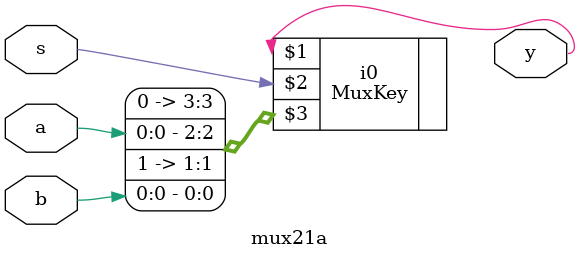
<source format=v>
module mux21a(a,b,s,y);
    input   a,b,s;
    output  y;
    MuxKey #(2, 1, 1) i0 (y, s, {
                              1'b0, a,
                              1'b1, b
                          });
endmodule

</source>
